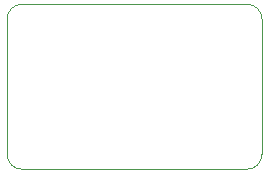
<source format=gbr>
%TF.GenerationSoftware,KiCad,Pcbnew,7.0.9*%
%TF.CreationDate,2024-01-07T19:57:38+00:00*%
%TF.ProjectId,INA381 Breakout,494e4133-3831-4204-9272-65616b6f7574,V24.01.0.1*%
%TF.SameCoordinates,PX8841978PY54c5a90*%
%TF.FileFunction,Profile,NP*%
%FSLAX46Y46*%
G04 Gerber Fmt 4.6, Leading zero omitted, Abs format (unit mm)*
G04 Created by KiCad (PCBNEW 7.0.9) date 2024-01-07 19:57:38*
%MOMM*%
%LPD*%
G01*
G04 APERTURE LIST*
%TA.AperFunction,Profile*%
%ADD10C,0.100000*%
%TD*%
G04 APERTURE END LIST*
D10*
X19685000Y5715000D02*
G75*
G03*
X18415000Y6985000I-1270000J0D01*
G01*
X18415000Y-6985000D02*
G75*
G03*
X19685000Y-5715000I0J1270000D01*
G01*
X-635000Y6985000D02*
G75*
G03*
X-1905000Y5715000I0J-1270000D01*
G01*
X-1905000Y-5715000D02*
G75*
G03*
X-635000Y-6985000I1270000J0D01*
G01*
X-1905000Y5715000D02*
X-1905000Y-5715000D01*
X-635000Y6985000D02*
X18415000Y6985000D01*
X19685000Y-5715000D02*
X19685000Y5715000D01*
X18415000Y-6985000D02*
X-635000Y-6985000D01*
M02*

</source>
